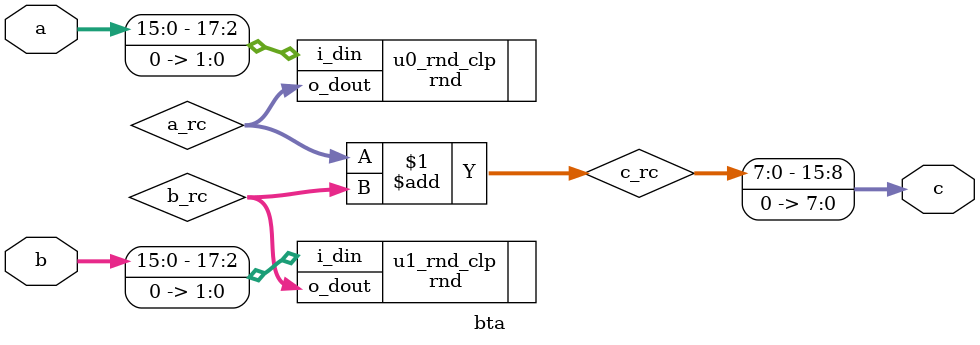
<source format=v>

`timescale 1ns/1ps

module bta (
  a,
  b,
  c
);

parameter DWA = 16;
parameter DWB = 16;
parameter DW_AC = 8;
parameter DWO = DWA > DWB ? DWA : DWB;

// generated parameter: precise bits
// parameter DW_P = DW-DW_AC;

input  [DWA-1:0]              a;
input  [DWB-1:0]              b;
output [DWO-1:0]              c;

wire [DWA-DW_AC-1:0]          a_rc;
wire [DWB-DW_AC-1:0]          b_rc;
wire [DWO-DW_AC-1:0]          c_rc;

// imprecise parts
wire [DW_AC-1:0]              a_ip;
wire [DW_AC-1:0]              b_ip;

rnd #(DWA+2, DW_AC+2) u0_rnd_clp(
  .i_din                   ({a, 2'b0}      ),
  .o_dout                  (a_rc              )
);

rnd #(DWB+2, DW_AC+2) u1_rnd_clp(
  .i_din                   ({b, 2'b0}      ),
  .o_dout                  (b_rc              )
);

assign c_rc = a_rc + b_rc;

//assign c = {c_rc, {{DW_AC}{1'b0}}};
assign c = (DW_AC == 0) ? c_rc: {c_rc, {{DW_AC}{1'b0}}};
endmodule

</source>
